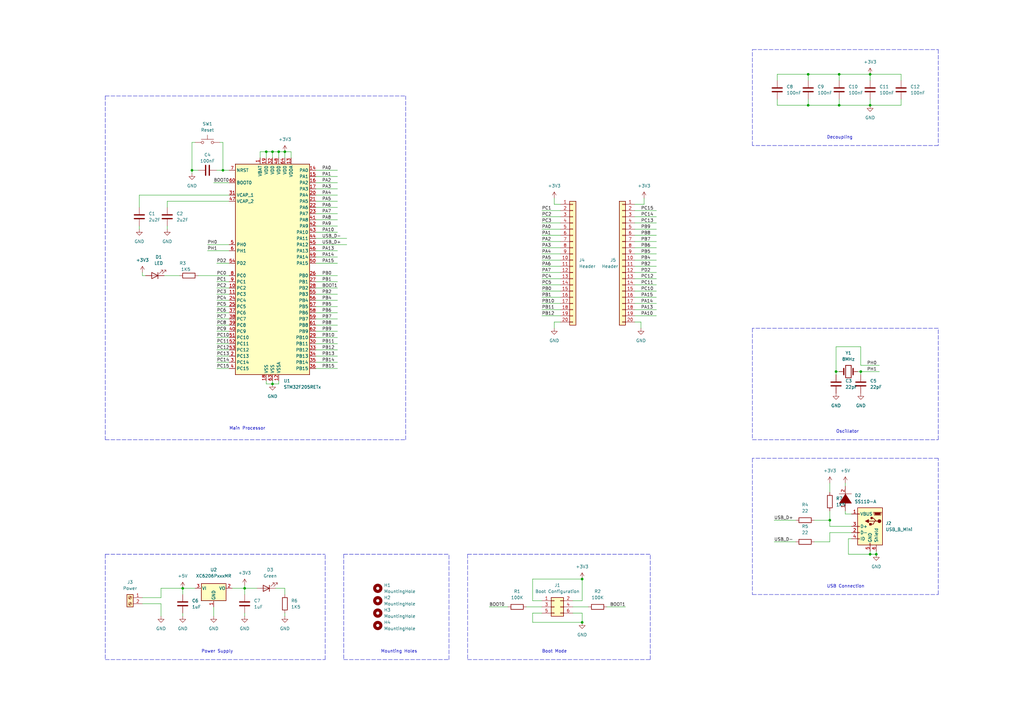
<source format=kicad_sch>
(kicad_sch (version 20211123) (generator eeschema)
  (paper "A3")
  (title_block (title "STM32F205 test board") (date "2022-02-11") (rev "0.1") (company "Beech Grove"))
  (lib_symbols
    (symbol "Connector:Screw_Terminal_01x02" (pin_names (offset 1.016) hide)
      (property "Reference" "J" (at 0 2.54 0))
      (property "Value" "Screw_Terminal_01x02" (at 0 -5.08 0))
      (symbol "Screw_Terminal_01x02_1_1"
        (rectangle (start -1.27 1.27) (end 1.27 -3.81) (stroke (width 0.254)) (fill (type background)))
        (circle (center 0 -2.54) (radius 0.635) (stroke (width 0.1524)))
        (polyline (pts (xy -0.5334 -2.2098) (xy 0.3302 -3.048)) (stroke (width 0.1524)))
        (polyline (pts (xy -0.5334 0.3302) (xy 0.3302 -0.508)) (stroke (width 0.1524)))
        (polyline (pts (xy -0.3556 -2.032) (xy 0.508 -2.8702)) (stroke (width 0.1524)))
        (polyline (pts (xy -0.3556 0.508) (xy 0.508 -0.3302)) (stroke (width 0.1524)))
        (circle (center 0 0) (radius 0.635) (stroke (width 0.1524)))
        (pin passive line (at -5.08 0 0) (length 3.81) (name "Pin_1") (number "1"))
        (pin passive line (at -5.08 -2.54 0) (length 3.81) (name "Pin_2") (number "2"))
      )
    )
    (symbol "Connector:USB_B_Mini" (pin_names (offset 1.016))
      (property "Reference" "J" (at -5.08 11.43 0))
      (property "Value" "USB_B_Mini" (at -5.08 8.89 0))
      (symbol "USB_B_Mini_0_1"
        (rectangle (start -5.08 -7.62) (end 5.08 7.62) (stroke (width 0.254)) (fill (type background)))
        (circle (center -3.81 2.159) (radius 0.635) (stroke (width 0.254)) (fill (type outline)))
        (circle (center -0.635 3.429) (radius 0.381) (stroke (width 0.254)) (fill (type outline)))
        (rectangle (start -0.127 -7.62) (end 0.127 -6.858))
        (polyline (pts (xy -1.905 2.159) (xy 0.635 2.159)) (stroke (width 0.254)))
        (polyline (pts (xy -3.175 2.159) (xy -2.54 2.159) (xy -1.27 3.429) (xy -0.635 3.429)) (stroke (width 0.254)))
        (polyline (pts (xy -2.54 2.159) (xy -1.905 2.159) (xy -1.27 0.889) (xy 0 0.889)) (stroke (width 0.254)))
        (polyline (pts (xy 0.635 2.794) (xy 0.635 1.524) (xy 1.905 2.159) (xy 0.635 2.794)) (stroke (width 0.254)) (fill (type outline)))
        (polyline (pts (xy -4.318 5.588) (xy -1.778 5.588) (xy -2.032 4.826) (xy -4.064 4.826) (xy -4.318 5.588)) (fill (type outline)))
        (polyline (pts (xy -4.699 5.842) (xy -4.699 5.588) (xy -4.445 4.826) (xy -4.445 4.572) (xy -1.651 4.572) (xy -1.651 4.826) (xy -1.397 5.588) (xy -1.397 5.842) (xy -4.699 5.842)))
        (rectangle (start 0.254 1.27) (end -0.508 0.508) (stroke (width 0.254)) (fill (type outline)))
        (rectangle (start 5.08 -5.207) (end 4.318 -4.953))
        (rectangle (start 5.08 -2.667) (end 4.318 -2.413))
        (rectangle (start 5.08 -0.127) (end 4.318 0.127))
        (rectangle (start 5.08 4.953) (end 4.318 5.207))
      )
      (symbol "USB_B_Mini_1_1"
        (pin power_out line (at 7.62 5.08 180) (length 2.54) (name "VBUS") (number "1"))
        (pin bidirectional line (at 7.62 -2.54 180) (length 2.54) (name "D-") (number "2"))
        (pin bidirectional line (at 7.62 0 180) (length 2.54) (name "D+") (number "3"))
        (pin passive line (at 7.62 -5.08 180) (length 2.54) (name "ID") (number "4"))
        (pin power_out line (at 0 -10.16 90) (length 2.54) (name "GND") (number "5"))
        (pin passive line (at -2.54 -10.16 90) (length 2.54) (name "Shield") (number "6"))
      )
    )
    (symbol "Connector_Generic:Conn_01x20" (pin_names (offset 1.016) hide)
      (property "Reference" "J" (at 0 25.4 0))
      (property "Value" "Conn_01x20" (at 0 -27.94 0))
      (symbol "Conn_01x20_1_1"
        (rectangle (start -1.27 -25.273) (end 0 -25.527) (stroke (width 0.1524)))
        (rectangle (start -1.27 -22.733) (end 0 -22.987) (stroke (width 0.1524)))
        (rectangle (start -1.27 -20.193) (end 0 -20.447) (stroke (width 0.1524)))
        (rectangle (start -1.27 -17.653) (end 0 -17.907) (stroke (width 0.1524)))
        (rectangle (start -1.27 -15.113) (end 0 -15.367) (stroke (width 0.1524)))
        (rectangle (start -1.27 -12.573) (end 0 -12.827) (stroke (width 0.1524)))
        (rectangle (start -1.27 -10.033) (end 0 -10.287) (stroke (width 0.1524)))
        (rectangle (start -1.27 -7.493) (end 0 -7.747) (stroke (width 0.1524)))
        (rectangle (start -1.27 -4.953) (end 0 -5.207) (stroke (width 0.1524)))
        (rectangle (start -1.27 -2.413) (end 0 -2.667) (stroke (width 0.1524)))
        (rectangle (start -1.27 0.127) (end 0 -0.127) (stroke (width 0.1524)))
        (rectangle (start -1.27 2.667) (end 0 2.413) (stroke (width 0.1524)))
        (rectangle (start -1.27 5.207) (end 0 4.953) (stroke (width 0.1524)))
        (rectangle (start -1.27 7.747) (end 0 7.493) (stroke (width 0.1524)))
        (rectangle (start -1.27 10.287) (end 0 10.033) (stroke (width 0.1524)))
        (rectangle (start -1.27 12.827) (end 0 12.573) (stroke (width 0.1524)))
        (rectangle (start -1.27 15.367) (end 0 15.113) (stroke (width 0.1524)))
        (rectangle (start -1.27 17.907) (end 0 17.653) (stroke (width 0.1524)))
        (rectangle (start -1.27 20.447) (end 0 20.193) (stroke (width 0.1524)))
        (rectangle (start -1.27 22.987) (end 0 22.733) (stroke (width 0.1524)))
        (rectangle (start -1.27 24.13) (end 1.27 -26.67) (stroke (width 0.254)) (fill (type background)))
        (pin passive line (at -5.08 22.86 0) (length 3.81) (name "Pin_1") (number "1"))
        (pin passive line (at -5.08 0 0) (length 3.81) (name "Pin_10") (number "10"))
        (pin passive line (at -5.08 -2.54 0) (length 3.81) (name "Pin_11") (number "11"))
        (pin passive line (at -5.08 -5.08 0) (length 3.81) (name "Pin_12") (number "12"))
        (pin passive line (at -5.08 -7.62 0) (length 3.81) (name "Pin_13") (number "13"))
        (pin passive line (at -5.08 -10.16 0) (length 3.81) (name "Pin_14") (number "14"))
        (pin passive line (at -5.08 -12.7 0) (length 3.81) (name "Pin_15") (number "15"))
        (pin passive line (at -5.08 -15.24 0) (length 3.81) (name "Pin_16") (number "16"))
        (pin passive line (at -5.08 -17.78 0) (length 3.81) (name "Pin_17") (number "17"))
        (pin passive line (at -5.08 -20.32 0) (length 3.81) (name "Pin_18") (number "18"))
        (pin passive line (at -5.08 -22.86 0) (length 3.81) (name "Pin_19") (number "19"))
        (pin passive line (at -5.08 20.32 0) (length 3.81) (name "Pin_2") (number "2"))
        (pin passive line (at -5.08 -25.4 0) (length 3.81) (name "Pin_20") (number "20"))
        (pin passive line (at -5.08 17.78 0) (length 3.81) (name "Pin_3") (number "3"))
        (pin passive line (at -5.08 15.24 0) (length 3.81) (name "Pin_4") (number "4"))
        (pin passive line (at -5.08 12.7 0) (length 3.81) (name "Pin_5") (number "5"))
        (pin passive line (at -5.08 10.16 0) (length 3.81) (name "Pin_6") (number "6"))
        (pin passive line (at -5.08 7.62 0) (length 3.81) (name "Pin_7") (number "7"))
        (pin passive line (at -5.08 5.08 0) (length 3.81) (name "Pin_8") (number "8"))
        (pin passive line (at -5.08 2.54 0) (length 3.81) (name "Pin_9") (number "9"))
      )
    )
    (symbol "Connector_Generic:Conn_02x03_Odd_Even" (pin_names (offset 1.016) hide)
      (property "Reference" "J" (at 1.27 5.08 0))
      (property "Value" "Conn_02x03_Odd_Even" (at 1.27 -5.08 0))
      (symbol "Conn_02x03_Odd_Even_1_1"
        (rectangle (start -1.27 -2.413) (end 0 -2.667) (stroke (width 0.1524)))
        (rectangle (start -1.27 0.127) (end 0 -0.127) (stroke (width 0.1524)))
        (rectangle (start -1.27 2.667) (end 0 2.413) (stroke (width 0.1524)))
        (rectangle (start -1.27 3.81) (end 3.81 -3.81) (stroke (width 0.254)) (fill (type background)))
        (rectangle (start 3.81 -2.413) (end 2.54 -2.667) (stroke (width 0.1524)))
        (rectangle (start 3.81 0.127) (end 2.54 -0.127) (stroke (width 0.1524)))
        (rectangle (start 3.81 2.667) (end 2.54 2.413) (stroke (width 0.1524)))
        (pin passive line (at -5.08 2.54 0) (length 3.81) (name "Pin_1") (number "1"))
        (pin passive line (at 7.62 2.54 180) (length 3.81) (name "Pin_2") (number "2"))
        (pin passive line (at -5.08 0 0) (length 3.81) (name "Pin_3") (number "3"))
        (pin passive line (at 7.62 0 180) (length 3.81) (name "Pin_4") (number "4"))
        (pin passive line (at -5.08 -2.54 0) (length 3.81) (name "Pin_5") (number "5"))
        (pin passive line (at 7.62 -2.54 180) (length 3.81) (name "Pin_6") (number "6"))
      )
    )
    (symbol "Device:C" (pin_numbers hide) (pin_names (offset 0.254))
      (property "Reference" "C" (at 0.635 2.54 0))
      (property "Value" "C" (at 0.635 -2.54 0))
      (symbol "C_0_1"
        (polyline (pts (xy -2.032 -0.762) (xy 2.032 -0.762)) (stroke (width 0.508)))
        (polyline (pts (xy -2.032 0.762) (xy 2.032 0.762)) (stroke (width 0.508)))
      )
      (symbol "C_1_1"
        (pin passive line (at 0 3.81 270) (length 2.794) (name "~") (number "1"))
        (pin passive line (at 0 -3.81 90) (length 2.794) (name "~") (number "2"))
      )
    )
    (symbol "Device:Crystal" (pin_numbers hide) (pin_names (offset 1.016) hide)
      (property "Reference" "Y" (at 0 3.81 0))
      (property "Value" "Crystal" (at 0 -3.81 0))
      (symbol "Crystal_0_1"
        (rectangle (start -1.143 2.54) (end 1.143 -2.54) (stroke (width 0.3048)))
        (polyline (pts (xy -2.54 0) (xy -1.905 0)))
        (polyline (pts (xy -1.905 -1.27) (xy -1.905 1.27)) (stroke (width 0.508)))
        (polyline (pts (xy 1.905 -1.27) (xy 1.905 1.27)) (stroke (width 0.508)))
        (polyline (pts (xy 2.54 0) (xy 1.905 0)))
      )
      (symbol "Crystal_1_1"
        (pin passive line (at -3.81 0 0) (length 1.27) (name "1") (number "1"))
        (pin passive line (at 3.81 0 180) (length 1.27) (name "2") (number "2"))
      )
    )
    (symbol "Device:LED" (pin_numbers hide) (pin_names (offset 1.016) hide)
      (property "Reference" "D" (at 0 2.54 0))
      (property "Value" "LED" (at 0 -2.54 0))
      (symbol "LED_0_1"
        (polyline (pts (xy -1.27 -1.27) (xy -1.27 1.27)) (stroke (width 0.254)))
        (polyline (pts (xy -1.27 0) (xy 1.27 0)))
        (polyline (pts (xy 1.27 -1.27) (xy 1.27 1.27) (xy -1.27 0) (xy 1.27 -1.27)) (stroke (width 0.254)))
        (polyline (pts (xy -3.048 -0.762) (xy -4.572 -2.286) (xy -3.81 -2.286) (xy -4.572 -2.286) (xy -4.572 -1.524)))
        (polyline (pts (xy -1.778 -0.762) (xy -3.302 -2.286) (xy -2.54 -2.286) (xy -3.302 -2.286) (xy -3.302 -1.524)))
      )
      (symbol "LED_1_1"
        (pin passive line (at -3.81 0 0) (length 2.54) (name "K") (number "1"))
        (pin passive line (at 3.81 0 180) (length 2.54) (name "A") (number "2"))
      )
    )
    (symbol "Device:R" (pin_numbers hide) (pin_names (offset 0))
      (property "Reference" "R" (at 2.032 0 90))
      (property "Value" "R" (at 0 0 90))
      (symbol "R_0_1"
        (rectangle (start -1.016 -2.54) (end 1.016 2.54) (stroke (width 0.254)))
      )
      (symbol "R_1_1"
        (pin passive line (at 0 3.81 270) (length 1.27) (name "~") (number "1"))
        (pin passive line (at 0 -3.81 90) (length 1.27) (name "~") (number "2"))
      )
    )
    (symbol "MCU_ST_STM32F2:STM32F205RETx"
      (property "Reference" "U" (at -15.24 44.45 0))
      (property "Value" "STM32F205RETx" (at 10.16 44.45 0))
      (symbol "STM32F205RETx_0_1"
        (rectangle (start -15.24 -43.18) (end 15.24 43.18) (stroke (width 0.254)) (fill (type background)))
      )
      (symbol "STM32F205RETx_1_1"
        (pin power_in line (at -5.08 45.72 270) (length 2.54) (name "VBAT") (number "1"))
        (pin bidirectional line (at -17.78 -7.62 0) (length 2.54) (name "PC2") (number "10"))
        (pin bidirectional line (at -17.78 -10.16 0) (length 2.54) (name "PC3") (number "11"))
        (pin power_in line (at 2.54 -45.72 90) (length 2.54) (name "VSSA") (number "12"))
        (pin power_in line (at 7.62 45.72 270) (length 2.54) (name "VDDA") (number "13"))
        (pin bidirectional line (at 17.78 40.64 180) (length 2.54) (name "PA0") (number "14"))
        (pin bidirectional line (at 17.78 38.1 180) (length 2.54) (name "PA1") (number "15"))
        (pin bidirectional line (at 17.78 35.56 180) (length 2.54) (name "PA2") (number "16"))
        (pin bidirectional line (at 17.78 33.02 180) (length 2.54) (name "PA3") (number "17"))
        (pin power_in line (at -2.54 -45.72 90) (length 2.54) (name "VSS") (number "18"))
        (pin power_in line (at -2.54 45.72 270) (length 2.54) (name "VDD") (number "19"))
        (pin bidirectional line (at -17.78 -35.56 0) (length 2.54) (name "PC13") (number "2"))
        (pin bidirectional line (at 17.78 30.48 180) (length 2.54) (name "PA4") (number "20"))
        (pin bidirectional line (at 17.78 27.94 180) (length 2.54) (name "PA5") (number "21"))
        (pin bidirectional line (at 17.78 25.4 180) (length 2.54) (name "PA6") (number "22"))
        (pin bidirectional line (at 17.78 22.86 180) (length 2.54) (name "PA7") (number "23"))
        (pin bidirectional line (at -17.78 -12.7 0) (length 2.54) (name "PC4") (number "24"))
        (pin bidirectional line (at -17.78 -15.24 0) (length 2.54) (name "PC5") (number "25"))
        (pin bidirectional line (at 17.78 -2.54 180) (length 2.54) (name "PB0") (number "26"))
        (pin bidirectional line (at 17.78 -5.08 180) (length 2.54) (name "PB1") (number "27"))
        (pin bidirectional line (at 17.78 -7.62 180) (length 2.54) (name "PB2") (number "28"))
        (pin bidirectional line (at 17.78 -27.94 180) (length 2.54) (name "PB10") (number "29"))
        (pin bidirectional line (at -17.78 -38.1 0) (length 2.54) (name "PC14") (number "3"))
        (pin bidirectional line (at 17.78 -30.48 180) (length 2.54) (name "PB11") (number "30"))
        (pin power_in line (at -17.78 30.48 0) (length 2.54) (name "VCAP_1") (number "31"))
        (pin power_in line (at 0 45.72 270) (length 2.54) (name "VDD") (number "32"))
        (pin bidirectional line (at 17.78 -33.02 180) (length 2.54) (name "PB12") (number "33"))
        (pin bidirectional line (at 17.78 -35.56 180) (length 2.54) (name "PB13") (number "34"))
        (pin bidirectional line (at 17.78 -38.1 180) (length 2.54) (name "PB14") (number "35"))
        (pin bidirectional line (at 17.78 -40.64 180) (length 2.54) (name "PB15") (number "36"))
        (pin bidirectional line (at -17.78 -17.78 0) (length 2.54) (name "PC6") (number "37"))
        (pin bidirectional line (at -17.78 -20.32 0) (length 2.54) (name "PC7") (number "38"))
        (pin bidirectional line (at -17.78 -22.86 0) (length 2.54) (name "PC8") (number "39"))
        (pin bidirectional line (at -17.78 -40.64 0) (length 2.54) (name "PC15") (number "4"))
        (pin bidirectional line (at -17.78 -25.4 0) (length 2.54) (name "PC9") (number "40"))
        (pin bidirectional line (at 17.78 20.32 180) (length 2.54) (name "PA8") (number "41"))
        (pin bidirectional line (at 17.78 17.78 180) (length 2.54) (name "PA9") (number "42"))
        (pin bidirectional line (at 17.78 15.24 180) (length 2.54) (name "PA10") (number "43"))
        (pin bidirectional line (at 17.78 12.7 180) (length 2.54) (name "PA11") (number "44"))
        (pin bidirectional line (at 17.78 10.16 180) (length 2.54) (name "PA12") (number "45"))
        (pin bidirectional line (at 17.78 7.62 180) (length 2.54) (name "PA13") (number "46"))
        (pin power_in line (at -17.78 27.94 0) (length 2.54) (name "VCAP_2") (number "47"))
        (pin power_in line (at 2.54 45.72 270) (length 2.54) (name "VDD") (number "48"))
        (pin bidirectional line (at 17.78 5.08 180) (length 2.54) (name "PA14") (number "49"))
        (pin input line (at -17.78 10.16 0) (length 2.54) (name "PH0") (number "5"))
        (pin bidirectional line (at 17.78 2.54 180) (length 2.54) (name "PA15") (number "50"))
        (pin bidirectional line (at -17.78 -27.94 0) (length 2.54) (name "PC10") (number "51"))
        (pin bidirectional line (at -17.78 -30.48 0) (length 2.54) (name "PC11") (number "52"))
        (pin bidirectional line (at -17.78 -33.02 0) (length 2.54) (name "PC12") (number "53"))
        (pin bidirectional line (at -17.78 2.54 0) (length 2.54) (name "PD2") (number "54"))
        (pin bidirectional line (at 17.78 -10.16 180) (length 2.54) (name "PB3") (number "55"))
        (pin bidirectional line (at 17.78 -12.7 180) (length 2.54) (name "PB4") (number "56"))
        (pin bidirectional line (at 17.78 -15.24 180) (length 2.54) (name "PB5") (number "57"))
        (pin bidirectional line (at 17.78 -17.78 180) (length 2.54) (name "PB6") (number "58"))
        (pin bidirectional line (at 17.78 -20.32 180) (length 2.54) (name "PB7") (number "59"))
        (pin input line (at -17.78 7.62 0) (length 2.54) (name "PH1") (number "6"))
        (pin input line (at -17.78 35.56 0) (length 2.54) (name "BOOT0") (number "60"))
        (pin bidirectional line (at 17.78 -22.86 180) (length 2.54) (name "PB8") (number "61"))
        (pin bidirectional line (at 17.78 -25.4 180) (length 2.54) (name "PB9") (number "62"))
        (pin power_in line (at 0 -45.72 90) (length 2.54) (name "VSS") (number "63"))
        (pin power_in line (at 5.08 45.72 270) (length 2.54) (name "VDD") (number "64"))
        (pin input line (at -17.78 40.64 0) (length 2.54) (name "NRST") (number "7"))
        (pin bidirectional line (at -17.78 -2.54 0) (length 2.54) (name "PC0") (number "8"))
        (pin bidirectional line (at -17.78 -5.08 0) (length 2.54) (name "PC1") (number "9"))
      )
    )
    (symbol "Mechanical:MountingHole" (pin_names (offset 1.016))
      (property "Reference" "H" (at 0 5.08 0))
      (property "Value" "MountingHole" (at 0 3.175 0))
      (symbol "MountingHole_0_1"
        (circle (center 0 0) (radius 1.27) (stroke (width 1.27)))
      )
    )
    (symbol "Regulator_Linear:XC6206PxxxMR" (pin_names (offset 0.254))
      (property "Reference" "U" (at -3.81 3.175 0))
      (property "Value" "XC6206PxxxMR" (at 0 3.175 0))
      (symbol "XC6206PxxxMR_0_1"
        (rectangle (start -5.08 1.905) (end 5.08 -5.08) (stroke (width 0.254)) (fill (type background)))
      )
      (symbol "XC6206PxxxMR_1_1"
        (pin power_in line (at 0 -7.62 90) (length 2.54) (name "GND") (number "1"))
        (pin power_out line (at 7.62 0 180) (length 2.54) (name "VO") (number "2"))
        (pin power_in line (at -7.62 0 0) (length 2.54) (name "VI") (number "3"))
      )
    )
    (symbol "Switch:SW_Push" (pin_numbers hide) (pin_names (offset 1.016) hide)
      (property "Reference" "SW" (at 1.27 2.54 0))
      (property "Value" "SW_Push" (at 0 -1.524 0))
      (symbol "SW_Push_0_1"
        (circle (center -2.032 0) (radius 0.508))
        (polyline (pts (xy 0 1.27) (xy 0 3.048)))
        (polyline (pts (xy 2.54 1.27) (xy -2.54 1.27)))
        (circle (center 2.032 0) (radius 0.508))
        (pin passive line (at -5.08 0 0) (length 2.54) (name "1") (number "1"))
        (pin passive line (at 5.08 0 180) (length 2.54) (name "2") (number "2"))
      )
    )
    (symbol "power:+3.3V" (power) (pin_names (offset 0))
      (property "Value" "+3.3V" (at 0 3.556 0))
      (symbol "+3.3V_0_1"
        (polyline (pts (xy -0.762 1.27) (xy 0 2.54)))
        (polyline (pts (xy 0 0) (xy 0 2.54)))
        (polyline (pts (xy 0 2.54) (xy 0.762 1.27)))
      )
      (symbol "+3.3V_1_1"
        (pin power_in line (at 0 0 90) (length 0) hide (name "+3V3") (number "1"))
      )
    )
    (symbol "power:+5V" (power) (pin_names (offset 0))
      (property "Value" "+5V" (at 0 3.556 0))
      (symbol "+5V_0_1"
        (polyline (pts (xy -0.762 1.27) (xy 0 2.54)))
        (polyline (pts (xy 0 0) (xy 0 2.54)))
        (polyline (pts (xy 0 2.54) (xy 0.762 1.27)))
      )
      (symbol "+5V_1_1"
        (pin power_in line (at 0 0 90) (length 0) hide (name "+5V") (number "1"))
      )
    )
    (symbol "power:GND" (power) (pin_names (offset 0))
      (property "Value" "GND" (at 0 -3.81 0))
      (symbol "GND_0_1"
        (polyline (pts (xy 0 0) (xy 0 -1.27) (xy 1.27 -1.27) (xy 0 -2.54) (xy -1.27 -1.27) (xy 0 -1.27)))
      )
      (symbol "GND_1_1"
        (pin power_in line (at 0 0 270) (length 0) hide (name "GND") (number "1"))
      )
    )
    (symbol "pspice:DIODE" (pin_names (offset 1.016) hide)
      (property "Reference" "D" (at 0 3.81 0))
      (property "Value" "DIODE" (at 0 -4.445 0))
      (symbol "DIODE_0_1"
        (polyline (pts (xy 1.905 2.54) (xy 1.905 -2.54)))
        (polyline (pts (xy -1.905 2.54) (xy -1.905 -2.54) (xy 1.905 0)) (fill (type outline)))
      )
      (symbol "DIODE_1_1"
        (pin input line (at -5.08 0 0) (length 3.81) (name "K") (number "1"))
        (pin input line (at 5.08 0 180) (length 3.81) (name "A") (number "2"))
      )
    )
  )
  (junction (at 344.17 30.48))
  (junction (at 359.41 227.33))
  (junction (at 78.74 69.85))
  (junction (at 356.87 43.18))
  (junction (at 114.3 62.23))
  (junction (at 342.9 152.4))
  (junction (at 74.93 241.3))
  (junction (at 356.87 30.48))
  (junction (at 238.76 237.49))
  (junction (at 238.76 255.27))
  (junction (at 344.17 43.18))
  (junction (at 331.47 30.48))
  (junction (at 116.84 62.23))
  (junction (at 331.47 43.18))
  (junction (at 109.22 62.23))
  (junction (at 111.76 62.23))
  (junction (at 353.06 152.4))
  (junction (at 100.33 241.3))
  (junction (at 111.76 157.48))
  (junction (at 91.44 69.85))
  (junction (at 356.87 227.33))
  (junction (at 340.36 213.36))
  (wire (pts (xy 88.9 118.11) (xy 93.98 118.11)))
  (wire (pts (xy 238.76 237.49) (xy 238.76 246.38)))
  (polyline (pts (xy 191.77 227.33) (xy 191.77 270.51)))
  (wire (pts (xy 106.68 64.77) (xy 106.68 62.23)))
  (wire (pts (xy 66.04 247.65) (xy 66.04 252.73)))
  (wire (pts (xy 260.35 127) (xy 269.24 127)))
  (wire (pts (xy 262.89 134.62) (xy 262.89 132.08)))
  (wire (pts (xy 88.9 69.85) (xy 91.44 69.85)))
  (wire (pts (xy 346.71 198.12) (xy 346.71 199.39)))
  (polyline (pts (xy 384.81 134.62) (xy 308.61 134.62)))
  (wire (pts (xy 88.9 128.27) (xy 93.98 128.27)))
  (wire (pts (xy 111.76 156.21) (xy 111.76 157.48)))
  (wire (pts (xy 340.36 218.44) (xy 349.25 218.44)))
  (wire (pts (xy 93.98 82.55) (xy 68.58 82.55)))
  (wire (pts (xy 369.57 30.48) (xy 369.57 33.02)))
  (polyline (pts (xy 133.35 270.51) (xy 133.35 227.33)))
  (polyline (pts (xy 191.77 227.33) (xy 266.7 227.33)))
  (wire (pts (xy 222.25 109.22) (xy 229.87 109.22)))
  (wire (pts (xy 109.22 62.23) (xy 111.76 62.23)))
  (wire (pts (xy 88.9 130.81) (xy 93.98 130.81)))
  (wire (pts (xy 260.35 124.46) (xy 269.24 124.46)))
  (wire (pts (xy 129.54 130.81) (xy 138.43 130.81)))
  (wire (pts (xy 222.25 119.38) (xy 229.87 119.38)))
  (wire (pts (xy 129.54 80.01) (xy 138.43 80.01)))
  (wire (pts (xy 85.09 100.33) (xy 93.98 100.33)))
  (wire (pts (xy 344.17 30.48) (xy 344.17 33.02)))
  (wire (pts (xy 317.5 213.36) (xy 326.39 213.36)))
  (wire (pts (xy 119.38 62.23) (xy 119.38 64.77)))
  (wire (pts (xy 248.92 248.92) (xy 256.54 248.92)))
  (wire (pts (xy 129.54 138.43) (xy 138.43 138.43)))
  (wire (pts (xy 100.33 240.03) (xy 100.33 241.3)))
  (wire (pts (xy 80.01 58.42) (xy 78.74 58.42)))
  (wire (pts (xy 129.54 146.05) (xy 138.43 146.05)))
  (wire (pts (xy 334.01 222.25) (xy 340.36 222.25)))
  (polyline (pts (xy 384.81 59.69) (xy 308.61 59.69)))
  (wire (pts (xy 227.33 134.62) (xy 227.33 132.08)))
  (wire (pts (xy 215.9 248.92) (xy 222.25 248.92)))
  (wire (pts (xy 260.35 111.76) (xy 269.24 111.76)))
  (wire (pts (xy 68.58 82.55) (xy 68.58 85.09)))
  (polyline (pts (xy 308.61 59.69) (xy 308.61 20.32)))
  (wire (pts (xy 78.74 69.85) (xy 78.74 71.12)))
  (wire (pts (xy 340.36 198.12) (xy 340.36 201.93)))
  (wire (pts (xy 114.3 157.48) (xy 114.3 156.21)))
  (wire (pts (xy 129.54 123.19) (xy 138.43 123.19)))
  (wire (pts (xy 318.77 40.64) (xy 318.77 43.18)))
  (wire (pts (xy 100.33 241.3) (xy 100.33 243.84)))
  (wire (pts (xy 200.66 248.92) (xy 208.28 248.92)))
  (wire (pts (xy 260.35 86.36) (xy 269.24 86.36)))
  (wire (pts (xy 67.31 113.03) (xy 73.66 113.03)))
  (wire (pts (xy 129.54 69.85) (xy 138.43 69.85)))
  (wire (pts (xy 344.17 43.18) (xy 356.87 43.18)))
  (wire (pts (xy 260.35 119.38) (xy 269.24 119.38)))
  (wire (pts (xy 129.54 135.89) (xy 138.43 135.89)))
  (wire (pts (xy 260.35 121.92) (xy 269.24 121.92)))
  (wire (pts (xy 57.15 92.71) (xy 57.15 93.98)))
  (wire (pts (xy 111.76 62.23) (xy 111.76 64.77)))
  (wire (pts (xy 222.25 246.38) (xy 218.44 246.38)))
  (wire (pts (xy 353.06 152.4) (xy 353.06 153.67)))
  (wire (pts (xy 91.44 58.42) (xy 91.44 69.85)))
  (wire (pts (xy 356.87 40.64) (xy 356.87 43.18)))
  (wire (pts (xy 88.9 140.97) (xy 93.98 140.97)))
  (wire (pts (xy 260.35 114.3) (xy 269.24 114.3)))
  (wire (pts (xy 129.54 74.93) (xy 138.43 74.93)))
  (polyline (pts (xy 308.61 180.34) (xy 384.81 180.34)))
  (wire (pts (xy 340.36 213.36) (xy 340.36 215.9)))
  (polyline (pts (xy 43.18 270.51) (xy 133.35 270.51)))
  (wire (pts (xy 58.42 245.11) (xy 66.04 245.11)))
  (wire (pts (xy 340.36 209.55) (xy 340.36 213.36)))
  (wire (pts (xy 347.98 227.33) (xy 356.87 227.33)))
  (polyline (pts (xy 140.97 227.33) (xy 184.15 227.33)))
  (wire (pts (xy 222.25 88.9) (xy 229.87 88.9)))
  (wire (pts (xy 356.87 30.48) (xy 369.57 30.48)))
  (wire (pts (xy 356.87 30.48) (xy 356.87 33.02)))
  (wire (pts (xy 129.54 115.57) (xy 138.43 115.57)))
  (wire (pts (xy 129.54 100.33) (xy 142.24 100.33)))
  (wire (pts (xy 344.17 30.48) (xy 356.87 30.48)))
  (wire (pts (xy 87.63 248.92) (xy 87.63 252.73)))
  (wire (pts (xy 88.9 138.43) (xy 93.98 138.43)))
  (wire (pts (xy 78.74 58.42) (xy 78.74 69.85)))
  (wire (pts (xy 88.9 125.73) (xy 93.98 125.73)))
  (wire (pts (xy 260.35 91.44) (xy 269.24 91.44)))
  (wire (pts (xy 353.06 152.4) (xy 360.68 152.4)))
  (wire (pts (xy 227.33 81.28) (xy 227.33 83.82)))
  (wire (pts (xy 95.25 241.3) (xy 100.33 241.3)))
  (wire (pts (xy 129.54 118.11) (xy 138.43 118.11)))
  (wire (pts (xy 318.77 43.18) (xy 331.47 43.18)))
  (wire (pts (xy 222.25 91.44) (xy 229.87 91.44)))
  (wire (pts (xy 356.87 226.06) (xy 356.87 227.33)))
  (wire (pts (xy 318.77 33.02) (xy 318.77 30.48)))
  (wire (pts (xy 81.28 113.03) (xy 93.98 113.03)))
  (wire (pts (xy 114.3 62.23) (xy 116.84 62.23)))
  (wire (pts (xy 353.06 142.24) (xy 342.9 142.24)))
  (wire (pts (xy 347.98 220.98) (xy 347.98 227.33)))
  (wire (pts (xy 91.44 69.85) (xy 93.98 69.85)))
  (wire (pts (xy 129.54 120.65) (xy 138.43 120.65)))
  (wire (pts (xy 318.77 30.48) (xy 331.47 30.48)))
  (wire (pts (xy 59.69 113.03) (xy 58.42 113.03)))
  (wire (pts (xy 260.35 106.68) (xy 269.24 106.68)))
  (polyline (pts (xy 43.18 227.33) (xy 43.18 270.51)))
  (wire (pts (xy 129.54 140.97) (xy 138.43 140.97)))
  (wire (pts (xy 80.01 241.3) (xy 74.93 241.3)))
  (wire (pts (xy 264.16 81.28) (xy 264.16 83.82)))
  (polyline (pts (xy 308.61 20.32) (xy 384.81 20.32)))
  (wire (pts (xy 88.9 151.13) (xy 93.98 151.13)))
  (wire (pts (xy 129.54 148.59) (xy 138.43 148.59)))
  (wire (pts (xy 109.22 157.48) (xy 111.76 157.48)))
  (wire (pts (xy 111.76 157.48) (xy 114.3 157.48)))
  (wire (pts (xy 222.25 106.68) (xy 229.87 106.68)))
  (wire (pts (xy 353.06 149.86) (xy 353.06 142.24)))
  (wire (pts (xy 222.25 124.46) (xy 229.87 124.46)))
  (wire (pts (xy 129.54 97.79) (xy 142.24 97.79)))
  (wire (pts (xy 129.54 143.51) (xy 138.43 143.51)))
  (wire (pts (xy 116.84 241.3) (xy 116.84 243.84)))
  (wire (pts (xy 227.33 83.82) (xy 229.87 83.82)))
  (wire (pts (xy 331.47 30.48) (xy 331.47 33.02)))
  (wire (pts (xy 222.25 111.76) (xy 229.87 111.76)))
  (wire (pts (xy 342.9 142.24) (xy 342.9 152.4)))
  (wire (pts (xy 222.25 116.84) (xy 229.87 116.84)))
  (wire (pts (xy 85.09 102.87) (xy 93.98 102.87)))
  (wire (pts (xy 260.35 99.06) (xy 269.24 99.06)))
  (wire (pts (xy 222.25 114.3) (xy 229.87 114.3)))
  (wire (pts (xy 222.25 86.36) (xy 229.87 86.36)))
  (wire (pts (xy 129.54 105.41) (xy 138.43 105.41)))
  (wire (pts (xy 356.87 43.18) (xy 369.57 43.18)))
  (wire (pts (xy 351.79 152.4) (xy 353.06 152.4)))
  (wire (pts (xy 100.33 241.3) (xy 105.41 241.3)))
  (wire (pts (xy 334.01 213.36) (xy 340.36 213.36)))
  (wire (pts (xy 66.04 245.11) (xy 66.04 241.3)))
  (wire (pts (xy 342.9 152.4) (xy 344.17 152.4)))
  (wire (pts (xy 317.5 222.25) (xy 326.39 222.25)))
  (wire (pts (xy 340.36 222.25) (xy 340.36 218.44)))
  (wire (pts (xy 116.84 251.46) (xy 116.84 252.73)))
  (wire (pts (xy 369.57 43.18) (xy 369.57 40.64)))
  (wire (pts (xy 93.98 80.01) (xy 57.15 80.01)))
  (wire (pts (xy 129.54 95.25) (xy 138.43 95.25)))
  (wire (pts (xy 218.44 251.46) (xy 222.25 251.46)))
  (wire (pts (xy 129.54 128.27) (xy 138.43 128.27)))
  (wire (pts (xy 78.74 69.85) (xy 81.28 69.85)))
  (polyline (pts (xy 384.81 20.32) (xy 384.81 59.69)))
  (wire (pts (xy 262.89 132.08) (xy 260.35 132.08)))
  (wire (pts (xy 227.33 132.08) (xy 229.87 132.08)))
  (wire (pts (xy 260.35 104.14) (xy 269.24 104.14)))
  (wire (pts (xy 106.68 62.23) (xy 109.22 62.23)))
  (polyline (pts (xy 166.37 180.34) (xy 166.37 39.37)))
  (wire (pts (xy 218.44 237.49) (xy 238.76 237.49)))
  (wire (pts (xy 129.54 77.47) (xy 138.43 77.47)))
  (wire (pts (xy 129.54 82.55) (xy 138.43 82.55)))
  (polyline (pts (xy 43.18 227.33) (xy 133.35 227.33)))
  (wire (pts (xy 88.9 120.65) (xy 93.98 120.65)))
  (wire (pts (xy 360.68 149.86) (xy 353.06 149.86)))
  (polyline (pts (xy 384.81 243.84) (xy 384.81 187.96)))
  (wire (pts (xy 222.25 99.06) (xy 229.87 99.06)))
  (wire (pts (xy 129.54 102.87) (xy 138.43 102.87)))
  (wire (pts (xy 234.95 248.92) (xy 241.3 248.92)))
  (wire (pts (xy 342.9 152.4) (xy 342.9 153.67)))
  (wire (pts (xy 87.63 74.93) (xy 93.98 74.93)))
  (wire (pts (xy 340.36 215.9) (xy 349.25 215.9)))
  (wire (pts (xy 260.35 101.6) (xy 269.24 101.6)))
  (wire (pts (xy 88.9 123.19) (xy 93.98 123.19)))
  (polyline (pts (xy 184.15 270.51) (xy 184.15 227.33)))
  (wire (pts (xy 234.95 251.46) (xy 238.76 251.46)))
  (wire (pts (xy 222.25 129.54) (xy 229.87 129.54)))
  (wire (pts (xy 356.87 227.33) (xy 359.41 227.33)))
  (wire (pts (xy 129.54 107.95) (xy 138.43 107.95)))
  (wire (pts (xy 222.25 96.52) (xy 229.87 96.52)))
  (wire (pts (xy 238.76 255.27) (xy 218.44 255.27)))
  (polyline (pts (xy 140.97 227.33) (xy 140.97 270.51)))
  (wire (pts (xy 113.03 241.3) (xy 116.84 241.3)))
  (wire (pts (xy 129.54 151.13) (xy 138.43 151.13)))
  (wire (pts (xy 264.16 83.82) (xy 260.35 83.82)))
  (polyline (pts (xy 308.61 134.62) (xy 308.61 180.34)))
  (wire (pts (xy 88.9 133.35) (xy 93.98 133.35)))
  (wire (pts (xy 218.44 255.27) (xy 218.44 251.46)))
  (wire (pts (xy 129.54 87.63) (xy 138.43 87.63)))
  (wire (pts (xy 346.71 209.55) (xy 346.71 210.82)))
  (wire (pts (xy 260.35 96.52) (xy 269.24 96.52)))
  (wire (pts (xy 260.35 109.22) (xy 269.24 109.22)))
  (wire (pts (xy 222.25 121.92) (xy 229.87 121.92)))
  (wire (pts (xy 349.25 220.98) (xy 347.98 220.98)))
  (wire (pts (xy 222.25 127) (xy 229.87 127)))
  (polyline (pts (xy 308.61 187.96) (xy 308.61 243.84)))
  (wire (pts (xy 111.76 62.23) (xy 114.3 62.23)))
  (wire (pts (xy 129.54 133.35) (xy 138.43 133.35)))
  (wire (pts (xy 116.84 62.23) (xy 116.84 64.77)))
  (wire (pts (xy 129.54 125.73) (xy 138.43 125.73)))
  (wire (pts (xy 68.58 92.71) (xy 68.58 93.98)))
  (wire (pts (xy 344.17 40.64) (xy 344.17 43.18)))
  (wire (pts (xy 260.35 129.54) (xy 269.24 129.54)))
  (wire (pts (xy 88.9 115.57) (xy 93.98 115.57)))
  (wire (pts (xy 260.35 88.9) (xy 269.24 88.9)))
  (wire (pts (xy 218.44 246.38) (xy 218.44 237.49)))
  (wire (pts (xy 58.42 247.65) (xy 66.04 247.65)))
  (wire (pts (xy 260.35 93.98) (xy 269.24 93.98)))
  (wire (pts (xy 346.71 210.82) (xy 349.25 210.82)))
  (wire (pts (xy 74.93 241.3) (xy 74.93 243.84)))
  (wire (pts (xy 222.25 93.98) (xy 229.87 93.98)))
  (polyline (pts (xy 43.18 180.34) (xy 166.37 180.34)))
  (wire (pts (xy 238.76 251.46) (xy 238.76 255.27)))
  (polyline (pts (xy 140.97 270.51) (xy 184.15 270.51)))
  (wire (pts (xy 116.84 62.23) (xy 119.38 62.23)))
  (wire (pts (xy 109.22 156.21) (xy 109.22 157.48)))
  (wire (pts (xy 129.54 113.03) (xy 138.43 113.03)))
  (wire (pts (xy 100.33 251.46) (xy 100.33 252.73)))
  (polyline (pts (xy 43.18 39.37) (xy 166.37 39.37)))
  (wire (pts (xy 129.54 90.17) (xy 138.43 90.17)))
  (wire (pts (xy 222.25 101.6) (xy 229.87 101.6)))
  (wire (pts (xy 58.42 111.76) (xy 58.42 113.03)))
  (wire (pts (xy 88.9 148.59) (xy 93.98 148.59)))
  (wire (pts (xy 129.54 85.09) (xy 138.43 85.09)))
  (wire (pts (xy 66.04 241.3) (xy 74.93 241.3)))
  (polyline (pts (xy 191.77 270.51) (xy 266.7 270.51)))
  (wire (pts (xy 331.47 30.48) (xy 344.17 30.48)))
  (wire (pts (xy 57.15 80.01) (xy 57.15 85.09)))
  (wire (pts (xy 238.76 246.38) (xy 234.95 246.38)))
  (polyline (pts (xy 308.61 243.84) (xy 384.81 243.84)))
  (wire (pts (xy 222.25 104.14) (xy 229.87 104.14)))
  (wire (pts (xy 331.47 40.64) (xy 331.47 43.18)))
  (wire (pts (xy 129.54 92.71) (xy 138.43 92.71)))
  (wire (pts (xy 88.9 146.05) (xy 93.98 146.05)))
  (wire (pts (xy 88.9 143.51) (xy 93.98 143.51)))
  (wire (pts (xy 90.17 58.42) (xy 91.44 58.42)))
  (wire (pts (xy 260.35 116.84) (xy 269.24 116.84)))
  (wire (pts (xy 129.54 72.39) (xy 138.43 72.39)))
  (wire (pts (xy 109.22 62.23) (xy 109.22 64.77)))
  (wire (pts (xy 114.3 62.23) (xy 114.3 64.77)))
  (wire (pts (xy 88.9 135.89) (xy 93.98 135.89)))
  (polyline (pts (xy 43.18 39.37) (xy 43.18 180.34)))
  (polyline (pts (xy 266.7 270.51) (xy 266.7 227.33)))
  (wire (pts (xy 359.41 227.33) (xy 359.41 226.06)))
  (wire (pts (xy 74.93 251.46) (xy 74.93 252.73)))
  (wire (pts (xy 88.9 107.95) (xy 93.98 107.95)))
  (wire (pts (xy 331.47 43.18) (xy 344.17 43.18)))
  (polyline (pts (xy 384.81 187.96) (xy 308.61 187.96)))
  (polyline (pts (xy 384.81 180.34) (xy 384.81 134.62)))
  (text "Oscillator" (at 342.9 177.8 0) (effects (font (size 1.27 1.27)) (justify left bottom)))
  (text "Decoupling" (at 339.09 57.15 0) (effects (font (size 1.27 1.27)) (justify left bottom)))
  (text "USB Connection" (at 339.09 241.3 0) (effects (font (size 1.27 1.27)) (justify left bottom)))
  (text "Power Supply" (at 82.55 267.97 0) (effects (font (size 1.27 1.27)) (justify left bottom)))
  (text "Main Processor" (at 93.98 176.53 0) (effects (font (size 1.27 1.27)) (justify left bottom)))
  (text "Boot Mode" (at 222.25 267.97 0) (effects (font (size 1.27 1.27)) (justify left bottom)))
  (text "Mounting Holes" (at 156.21 267.97 0) (effects (font (size 1.27 1.27)) (justify left bottom)))
  (label "USB_D+" (at 317.5 213.36 0))
  (label "PA2" (at 132.08 74.93 0))
  (label "PA0" (at 132.08 69.85 0))
  (label "PB10" (at 132.08 138.43 0))
  (label "PC8" (at 88.9 133.35 0))
  (label "PC0" (at 88.9 113.03 0))
  (label "PD2" (at 88.9 107.95 0))
  (label "PC6" (at 88.9 128.27 0))
  (label "PC14" (at 262.89 88.9 0))
  (label "PA7" (at 222.25 111.76 0))
  (label "PB9" (at 262.89 93.98 0))
  (label "PC9" (at 88.9 135.89 0))
  (label "PA8" (at 132.08 90.17 0))
  (label "PA6" (at 222.25 109.22 0))
  (label "PB1" (at 222.25 121.92 0))
  (label "PC1" (at 222.25 86.36 0))
  (label "PA4" (at 222.25 104.14 0))
  (label "PB7" (at 262.89 99.06 0))
  (label "PB0" (at 132.08 113.03 0))
  (label "PA13" (at 262.89 127 0))
  (label "PC10" (at 262.89 119.38 0))
  (label "BOOT0" (at 87.63 74.93 0))
  (label "USB_D-" (at 317.5 222.25 0))
  (label "PC15" (at 88.9 151.13 0))
  (label "PC4" (at 88.9 123.19 0))
  (label "PC4" (at 222.25 114.3 0))
  (label "PB5" (at 132.08 125.73 0))
  (label "PB0" (at 222.25 119.38 0))
  (label "PA1" (at 132.08 72.39 0))
  (label "BOOT1" (at 250.19 248.92 0))
  (label "PB8" (at 262.89 96.52 0))
  (label "PB2" (at 132.08 120.65 0))
  (label "PH1" (at 355.6 152.4 0))
  (label "PC5" (at 222.25 116.84 0))
  (label "USB_D-" (at 132.08 97.79 0))
  (label "PC13" (at 262.89 91.44 0))
  (label "PB11" (at 132.08 140.97 0))
  (label "PC2" (at 88.9 118.11 0))
  (label "PC12" (at 262.89 114.3 0))
  (label "PB14" (at 132.08 148.59 0))
  (label "PB2" (at 262.89 109.22 0))
  (label "PC5" (at 88.9 125.73 0))
  (label "PA15" (at 132.08 107.95 0))
  (label "PA15" (at 262.89 121.92 0))
  (label "PC15" (at 262.89 86.36 0))
  (label "PC1" (at 88.9 115.57 0))
  (label "PC7" (at 88.9 130.81 0))
  (label "PB7" (at 132.08 130.81 0))
  (label "PB12" (at 222.25 129.54 0))
  (label "PA0" (at 222.25 93.98 0))
  (label "PA5" (at 132.08 82.55 0))
  (label "PB10" (at 222.25 124.46 0))
  (label "PB12" (at 132.08 143.51 0))
  (label "BOOT1" (at 132.08 118.11 0))
  (label "PC13" (at 88.9 146.05 0))
  (label "PB4" (at 132.08 123.19 0))
  (label "PB4" (at 262.89 106.68 0))
  (label "PB13" (at 132.08 146.05 0))
  (label "PC2" (at 222.25 88.9 0))
  (label "PC11" (at 262.89 116.84 0))
  (label "PA4" (at 132.08 80.01 0))
  (label "PC3" (at 222.25 91.44 0))
  (label "PH0" (at 355.6 149.86 0))
  (label "PA6" (at 132.08 85.09 0))
  (label "BOOT0" (at 200.66 248.92 0))
  (label "PD2" (at 262.89 111.76 0))
  (label "PA9" (at 132.08 92.71 0))
  (label "PH1" (at 85.09 102.87 0))
  (label "PA1" (at 222.25 96.52 0))
  (label "PH0" (at 85.09 100.33 0))
  (label "PA7" (at 132.08 87.63 0))
  (label "USB_D+" (at 132.08 100.33 0))
  (label "PB6" (at 132.08 128.27 0))
  (label "PC3" (at 88.9 120.65 0))
  (label "PB6" (at 262.89 101.6 0))
  (label "PA14" (at 262.89 124.46 0))
  (label "PA3" (at 132.08 77.47 0))
  (label "PB9" (at 132.08 135.89 0))
  (label "PA2" (at 222.25 99.06 0))
  (label "PB11" (at 222.25 127 0))
  (label "PC11" (at 88.9 140.97 0))
  (label "PA10" (at 262.89 129.54 0))
  (label "PB15" (at 132.08 151.13 0))
  (label "PB1" (at 132.08 115.57 0))
  (label "PA14" (at 132.08 105.41 0))
  (label "PB8" (at 132.08 133.35 0))
  (label "PC14" (at 88.9 148.59 0))
  (label "PB5" (at 262.89 104.14 0))
  (label "PA5" (at 222.25 106.68 0))
  (label "PA3" (at 222.25 101.6 0))
  (label "PC12" (at 88.9 143.51 0))
  (label "PA10" (at 132.08 95.25 0))
  (label "PC10" (at 88.9 138.43 0))
  (label "PA13" (at 132.08 102.87 0))
  (symbol (lib_id "Device:C") (at 74.93 247.65 0) (unit 1)
    (property "Reference" "C6" (at 78.74 246.3799 0) (effects (justify left)))
    (property "Value" "1uF" (at 78.74 248.9199 0) (effects (justify left)))
    (property "Footprint" "Capacitor_SMD:C_0805_2012Metric_Pad1.18x1.45mm_HandSolder" (effects hide))
  )
  (symbol (lib_id "Switch:SW_Push") (at 85.09 58.42 0) (unit 1)
    (property "Reference" "SW1" (at 85.09 50.8 0))
    (property "Value" "Reset" (at 85.09 53.34 0))
    (property "Footprint" "Button_Switch_THT:SW_PUSH_6mm_H8mm" (effects hide))
  )
  (symbol (lib_id "Device:R") (at 212.09 248.92 90) (unit 1)
    (property "Reference" "R1" (at 212.09 242.57 90))
    (property "Value" "100K" (at 212.09 245.11 90))
    (property "Footprint" "Resistor_SMD:R_0805_2012Metric_Pad1.20x1.40mm_HandSolder" (effects hide))
  )
  (symbol (lib_id "power:GND") (at 238.76 255.27 0) (unit 1)
    (property "Reference" "#PWR02" (effects hide))
    (property "Value" "GND" (at 238.76 260.35 0))
  )
  (symbol (lib_id "Connector_Generic:Conn_01x20") (at 234.95 106.68 0) (unit 1)
    (property "Reference" "J4" (at 237.49 106.6799 0) (effects (justify left)))
    (property "Value" "Header" (at 237.49 109.2199 0) (effects (justify left)))
    (property "Footprint" "Connector_PinHeader_2.54mm:PinHeader_1x20_P2.54mm_Vertical" (effects hide))
  )
  (symbol (lib_id "Mechanical:MountingHole") (at 154.94 246.38 0) (unit 1)
    (property "Reference" "H2" (at 157.48 245.1099 0) (effects (justify left)))
    (property "Value" "MountingHole" (at 157.48 247.6499 0) (effects (justify left)))
    (property "Footprint" "MountingHole:MountingHole_3.2mm_M3" (effects hide))
  )
  (symbol (lib_id "Device:C") (at 331.47 36.83 0) (unit 1)
    (property "Reference" "C9" (at 335.28 35.5599 0) (effects (justify left)))
    (property "Value" "100nF" (at 335.28 38.0999 0) (effects (justify left)))
    (property "Footprint" "Capacitor_SMD:C_0805_2012Metric_Pad1.18x1.45mm_HandSolder" (effects hide))
  )
  (symbol (lib_id "Mechanical:MountingHole") (at 154.94 256.54 0) (unit 1)
    (property "Reference" "H4" (at 157.48 255.2699 0) (effects (justify left)))
    (property "Value" "MountingHole" (at 157.48 257.8099 0) (effects (justify left)))
    (property "Footprint" "MountingHole:MountingHole_3.2mm_M3" (effects hide))
  )
  (symbol (lib_id "Device:C") (at 318.77 36.83 0) (unit 1)
    (property "Reference" "C8" (at 322.58 35.5599 0) (effects (justify left)))
    (property "Value" "100nF" (at 322.58 38.0999 0) (effects (justify left)))
    (property "Footprint" "Capacitor_SMD:C_0805_2012Metric_Pad1.18x1.45mm_HandSolder" (effects hide))
  )
  (symbol (lib_id "power:+3.3V") (at 356.87 30.48 0) (unit 1)
    (property "Reference" "#PWR0113" (effects hide))
    (property "Value" "+3.3V" (at 356.87 25.4 0))
  )
  (symbol (lib_id "Device:C") (at 57.15 88.9 0) (unit 1)
    (property "Reference" "C1" (at 60.96 87.6299 0) (effects (justify left)))
    (property "Value" "2u2F" (at 60.96 90.1699 0) (effects (justify left)))
    (property "Footprint" "Capacitor_SMD:C_0805_2012Metric_Pad1.18x1.45mm_HandSolder" (effects hide))
  )
  (symbol (lib_id "Regulator_Linear:XC6206PxxxMR") (at 87.63 241.3 0) (unit 1)
    (property "Reference" "U2" (at 87.63 233.68 0))
    (property "Value" "XC6206PxxxMR" (at 87.63 236.22 0))
    (property "Footprint" "Package_TO_SOT_SMD:SOT-23" (effects hide))
    (property "Datasheet" "https://www.torexsemi.com/file/xc6206/XC6206.pdf" (effects hide))
  )
  (symbol (lib_id "Device:C") (at 342.9 157.48 0) (unit 1)
    (property "Reference" "C3" (at 346.71 156.2099 0) (effects (justify left)))
    (property "Value" "22pF" (at 346.71 158.7499 0) (effects (justify left)))
    (property "Footprint" "Capacitor_SMD:C_0805_2012Metric_Pad1.18x1.45mm_HandSolder" (effects hide))
  )
  (symbol (lib_id "Device:C") (at 100.33 247.65 0) (unit 1)
    (property "Reference" "C7" (at 104.14 246.3799 0) (effects (justify left)))
    (property "Value" "1uF" (at 104.14 248.9199 0) (effects (justify left)))
    (property "Footprint" "Capacitor_SMD:C_0805_2012Metric_Pad1.18x1.45mm_HandSolder" (effects hide))
  )
  (symbol (lib_id "power:GND") (at 74.93 252.73 0) (unit 1)
    (property "Reference" "#PWR0103" (effects hide))
    (property "Value" "GND" (at 74.93 257.81 0))
  )
  (symbol (lib_id "MCU_ST_STM32F2:STM32F205RETx") (at 111.76 110.49 0) (unit 1)
    (property "Reference" "U1" (at 116.3194 156.21 0) (effects (justify left)))
    (property "Value" "STM32F205RETx" (at 116.3194 158.75 0) (effects (justify left)))
    (property "Footprint" "Package_QFP:LQFP-64_10x10mm_P0.5mm" (effects hide))
    (property "Datasheet" "http://www.st.com/st-web-ui/static/active/en/resource/technical/document/datasheet/CD00237391.pdf" (effects hide))
  )
  (symbol (lib_id "Device:LED") (at 63.5 113.03 180) (unit 1)
    (property "Reference" "D1" (at 65.0875 105.41 0))
    (property "Value" "LED" (at 65.0875 107.95 0))
    (property "Footprint" "LED_SMD:LED_0805_2012Metric_Pad1.15x1.40mm_HandSolder" (effects hide))
  )
  (symbol (lib_id "power:GND") (at 87.63 252.73 0) (unit 1)
    (property "Reference" "#PWR0104" (effects hide))
    (property "Value" "GND" (at 87.63 257.81 0))
  )
  (symbol (lib_id "power:+3.3V") (at 100.33 240.03 0) (unit 1)
    (property "Reference" "#PWR0106" (effects hide))
    (property "Value" "+3.3V" (at 100.33 234.95 0))
  )
  (symbol (lib_id "power:GND") (at 57.15 93.98 0) (unit 1)
    (property "Reference" "#PWR03" (effects hide))
    (property "Value" "GND" (at 57.15 99.06 0))
  )
  (symbol (lib_id "Device:R") (at 330.2 222.25 90) (unit 1)
    (property "Reference" "R5" (at 330.2 215.9 90))
    (property "Value" "22" (at 330.2 218.44 90))
    (property "Footprint" "Resistor_SMD:R_0805_2012Metric_Pad1.20x1.40mm_HandSolder" (effects hide))
  )
  (symbol (lib_id "power:GND") (at 342.9 161.29 0) (unit 1)
    (property "Reference" "#PWR0102" (effects hide))
    (property "Value" "GND" (at 342.9 166.37 0))
  )
  (symbol (lib_id "Device:C") (at 369.57 36.83 0) (unit 1)
    (property "Reference" "C12" (at 373.38 35.5599 0) (effects (justify left)))
    (property "Value" "100nF" (at 373.38 38.0999 0) (effects (justify left)))
    (property "Footprint" "Capacitor_SMD:C_0805_2012Metric_Pad1.18x1.45mm_HandSolder" (effects hide))
  )
  (symbol (lib_id "Device:Crystal") (at 347.98 152.4 0) (unit 1)
    (property "Reference" "Y1" (at 347.98 144.78 0))
    (property "Value" "8MHz" (at 347.98 147.32 0))
    (property "Footprint" "Crystal:Crystal_SMD_MicroCrystal_CC1V-T1A-2Pin_8.0x3.7mm_HandSoldering" (effects hide))
  )
  (symbol (lib_id "power:+3.3V") (at 238.76 237.49 0) (unit 1)
    (property "Reference" "#PWR01" (effects hide))
    (property "Value" "+3.3V" (at 238.76 232.41 0))
  )
  (symbol (lib_id "Device:R") (at 330.2 213.36 90) (unit 1)
    (property "Reference" "R4" (at 330.2 207.01 90))
    (property "Value" "22" (at 330.2 209.55 90))
    (property "Footprint" "Resistor_SMD:R_0805_2012Metric_Pad1.20x1.40mm_HandSolder" (effects hide))
  )
  (symbol (lib_id "Mechanical:MountingHole") (at 154.94 241.3 0) (unit 1)
    (property "Reference" "H1" (at 157.48 240.0299 0) (effects (justify left)))
    (property "Value" "MountingHole" (at 157.48 242.5699 0) (effects (justify left)))
    (property "Footprint" "MountingHole:MountingHole_3.2mm_M3" (effects hide))
  )
  (symbol (lib_id "Device:C") (at 353.06 157.48 0) (unit 1)
    (property "Reference" "C5" (at 356.87 156.2099 0) (effects (justify left)))
    (property "Value" "22pF" (at 356.87 158.7499 0) (effects (justify left)))
    (property "Footprint" "Capacitor_SMD:C_0805_2012Metric_Pad1.18x1.45mm_HandSolder" (effects hide))
  )
  (symbol (lib_id "power:GND") (at 262.89 134.62 0) (unit 1)
    (property "Reference" "#PWR0114" (effects hide))
    (property "Value" "GND" (at 262.89 139.7 0))
  )
  (symbol (lib_id "power:GND") (at 100.33 252.73 0) (unit 1)
    (property "Reference" "#PWR0105" (effects hide))
    (property "Value" "GND" (at 100.33 257.81 0))
  )
  (symbol (lib_id "power:GND") (at 356.87 43.18 0) (unit 1)
    (property "Reference" "#PWR0112" (effects hide))
    (property "Value" "GND" (at 356.87 48.26 0))
  )
  (symbol (lib_id "Device:R") (at 245.11 248.92 90) (unit 1)
    (property "Reference" "R2" (at 245.11 242.57 90))
    (property "Value" "100K" (at 245.11 245.11 90))
    (property "Footprint" "Resistor_SMD:R_0805_2012Metric_Pad1.20x1.40mm_HandSolder" (effects hide))
  )
  (symbol (lib_id "power:+3.3V") (at 340.36 198.12 0) (unit 1)
    (property "Reference" "#PWR011" (effects hide))
    (property "Value" "+3.3V" (at 340.36 193.04 0))
  )
  (symbol (lib_id "power:GND") (at 66.04 252.73 0) (unit 1)
    (property "Reference" "#PWR0108" (effects hide))
    (property "Value" "GND" (at 66.04 257.81 0))
  )
  (symbol (lib_id "power:GND") (at 78.74 71.12 0) (unit 1)
    (property "Reference" "#PWR06" (effects hide))
    (property "Value" "GND" (at 78.74 76.2 0))
  )
  (symbol (lib_id "Mechanical:MountingHole") (at 154.94 251.46 0) (unit 1)
    (property "Reference" "H3" (at 157.48 250.1899 0) (effects (justify left)))
    (property "Value" "MountingHole" (at 157.48 252.7299 0) (effects (justify left)))
    (property "Footprint" "MountingHole:MountingHole_3.2mm_M3" (effects hide))
  )
  (symbol (lib_id "Device:R") (at 77.47 113.03 90) (unit 1)
    (property "Reference" "R3" (at 74.93 107.95 90))
    (property "Value" "1K5" (at 76.2 110.49 90))
    (property "Footprint" "Resistor_SMD:R_0805_2012Metric_Pad1.20x1.40mm_HandSolder" (effects hide))
  )
  (symbol (lib_id "pspice:DIODE") (at 346.71 204.47 90) (unit 1)
    (property "Reference" "D2" (at 350.52 203.1999 90) (effects (justify right)))
    (property "Value" "SS110-A" (at 350.52 205.7399 90) (effects (justify right)))
    (property "Footprint" "Diode_SMD:D_SMA-SMB_Universal_Handsoldering" (effects hide))
  )
  (symbol (lib_id "power:GND") (at 227.33 134.62 0) (unit 1)
    (property "Reference" "#PWR?" (effects hide))
    (property "Value" "GND" (at 227.33 139.7 0))
  )
  (symbol (lib_id "power:GND") (at 68.58 93.98 0) (unit 1)
    (property "Reference" "#PWR05" (effects hide))
    (property "Value" "GND" (at 68.58 99.06 0))
  )
  (symbol (lib_id "Device:R") (at 340.36 205.74 0) (unit 1)
    (property "Reference" "R7" (at 342.9 204.4699 0) (effects (justify left)))
    (property "Value" "1K5" (at 342.9 207.0099 0) (effects (justify left)))
    (property "Footprint" "Resistor_SMD:R_0805_2012Metric_Pad1.20x1.40mm_HandSolder" (effects hide))
  )
  (symbol (lib_id "power:+3.3V") (at 264.16 81.28 0) (unit 1)
    (property "Reference" "#PWR0111" (effects hide))
    (property "Value" "+3.3V" (at 264.16 76.2 0))
  )
  (symbol (lib_id "Device:C") (at 344.17 36.83 0) (unit 1)
    (property "Reference" "C10" (at 347.98 35.5599 0) (effects (justify left)))
    (property "Value" "100nF" (at 347.98 38.0999 0) (effects (justify left)))
    (property "Footprint" "Capacitor_SMD:C_0805_2012Metric_Pad1.18x1.45mm_HandSolder" (effects hide))
  )
  (symbol (lib_id "power:GND") (at 353.06 161.29 0) (unit 1)
    (property "Reference" "#PWR0101" (effects hide))
    (property "Value" "GND" (at 353.06 166.37 0))
  )
  (symbol (lib_id "Connector_Generic:Conn_01x20") (at 255.27 106.68 0) (mirror y) (unit 1)
    (property "Reference" "J5" (at 251.46 106.68 0))
    (property "Value" "Header" (at 250.19 109.22 0))
    (property "Footprint" "Connector_PinHeader_2.54mm:PinHeader_1x20_P2.54mm_Vertical" (effects hide))
  )
  (symbol (lib_id "Device:LED") (at 109.22 241.3 180) (unit 1)
    (property "Reference" "D3" (at 110.8075 233.68 0))
    (property "Value" "Green" (at 110.8075 236.22 0))
    (property "Footprint" "LED_SMD:LED_0805_2012Metric_Pad1.15x1.40mm_HandSolder" (effects hide))
  )
  (symbol (lib_id "Device:R") (at 116.84 247.65 0) (unit 1)
    (property "Reference" "R6" (at 119.38 246.3799 0) (effects (justify left)))
    (property "Value" "1K5" (at 119.38 248.9199 0) (effects (justify left)))
    (property "Footprint" "Resistor_SMD:R_0805_2012Metric_Pad1.20x1.40mm_HandSolder" (effects hide))
  )
  (symbol (lib_id "power:GND") (at 111.76 157.48 0) (unit 1)
    (property "Reference" "#PWR07" (effects hide))
    (property "Value" "GND" (at 111.76 162.56 0))
  )
  (symbol (lib_id "Device:C") (at 356.87 36.83 0) (unit 1)
    (property "Reference" "C11" (at 360.68 35.5599 0) (effects (justify left)))
    (property "Value" "100nF" (at 360.68 38.0999 0) (effects (justify left)))
    (property "Footprint" "Capacitor_SMD:C_0805_2012Metric_Pad1.18x1.45mm_HandSolder" (effects hide))
  )
  (symbol (lib_id "power:GND") (at 359.41 227.33 0) (unit 1)
    (property "Reference" "#PWR010" (effects hide))
    (property "Value" "GND" (at 359.41 232.41 0))
  )
  (symbol (lib_id "power:GND") (at 116.84 252.73 0) (unit 1)
    (property "Reference" "#PWR0109" (effects hide))
    (property "Value" "GND" (at 116.84 257.81 0))
  )
  (symbol (lib_id "Connector_Generic:Conn_02x03_Odd_Even") (at 227.33 248.92 0) (unit 1)
    (property "Reference" "J1" (at 228.6 240.03 0))
    (property "Value" "Boot Configuration" (at 228.6 242.57 0))
    (property "Footprint" "Connector_PinHeader_2.54mm:PinHeader_2x03_P2.54mm_Vertical" (effects hide))
  )
  (symbol (lib_id "Connector:USB_B_Mini") (at 356.87 215.9 0) (mirror y) (unit 1)
    (property "Reference" "J2" (at 363.22 214.6299 0) (effects (justify right)))
    (property "Value" "USB_B_Mini" (at 363.22 217.1699 0) (effects (justify right)))
    (property "Footprint" "Connector_USB:USB_Mini-B_Wuerth_65100516121_Horizontal" (effects hide))
  )
  (symbol (lib_id "Connector:Screw_Terminal_01x02") (at 53.34 245.11 0) (mirror y) (unit 1)
    (property "Reference" "J3" (at 53.34 238.76 0))
    (property "Value" "Power" (at 53.34 241.3 0))
    (property "Footprint" "TerminalBlock:TerminalBlock_bornier-2_P5.08mm" (effects hide))
  )
  (symbol (lib_id "power:+5V") (at 74.93 241.3 0) (unit 1)
    (property "Reference" "#PWR0107" (effects hide))
    (property "Value" "+5V" (at 74.93 236.22 0))
  )
  (symbol (lib_id "power:+5V") (at 346.71 198.12 0) (unit 1)
    (property "Reference" "#PWR09" (effects hide))
    (property "Value" "+5V" (at 346.71 193.04 0))
  )
  (symbol (lib_id "power:+3.3V") (at 116.84 62.23 0) (unit 1)
    (property "Reference" "#PWR08" (effects hide))
    (property "Value" "+3.3V" (at 116.84 57.15 0))
  )
  (symbol (lib_id "Device:C") (at 85.09 69.85 90) (unit 1)
    (property "Reference" "C4" (at 85.09 63.5 90))
    (property "Value" "100nF" (at 85.09 66.04 90))
    (property "Footprint" "Capacitor_SMD:C_0805_2012Metric_Pad1.18x1.45mm_HandSolder" (effects hide))
  )
  (symbol (lib_id "Device:C") (at 68.58 88.9 0) (unit 1)
    (property "Reference" "C2" (at 72.39 87.6299 0) (effects (justify left)))
    (property "Value" "2u2F" (at 72.39 90.1699 0) (effects (justify left)))
    (property "Footprint" "Capacitor_SMD:C_0805_2012Metric_Pad1.18x1.45mm_HandSolder" (effects hide))
  )
  (symbol (lib_id "power:+3.3V") (at 58.42 111.76 0) (unit 1)
    (property "Reference" "#PWR04" (effects hide))
    (property "Value" "+3.3V" (at 58.42 106.68 0))
  )
  (symbol (lib_id "power:+3.3V") (at 227.33 81.28 0) (unit 1)
    (property "Reference" "#PWR0110" (effects hide))
    (property "Value" "+3.3V" (at 227.33 76.2 0))
  )
)
</source>
